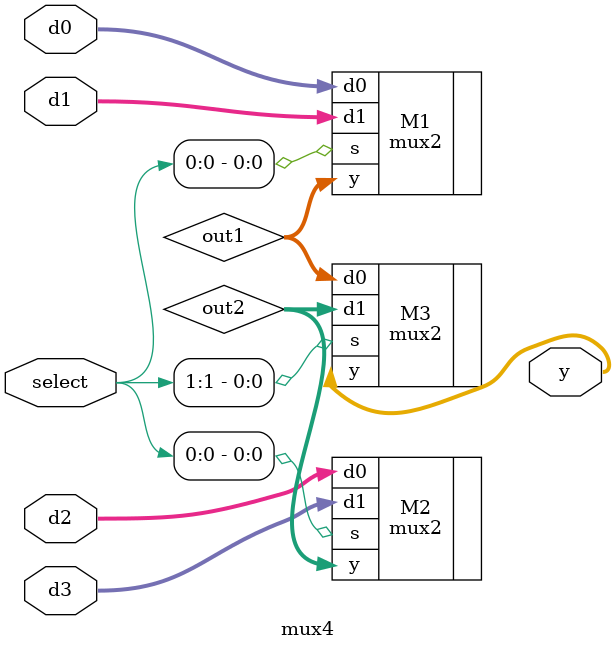
<source format=sv>
`timescale 1ns / 1ps


module mux4
    #(parameter WIDTH = 32)
    (input logic [WIDTH-1:0] d0, d1, d2, d3,
     input logic [1:0] select,
     output logic [WIDTH-1:0] y);

//assign y = (s == 2'b00) ? d0 :
//           (s == 2'b01) ? d1 :
//           (s == 2'b10) ? d2 :
//           (s == 2'b11) ? d3 ;

    wire [WIDTH-1:0]  out1;
    wire [WIDTH-1:0]out2;

mux2 #(WIDTH) M1(
    .d0(d0),
    .d1(d1),
    .s(select[0]),
    .y(out1)
    );

mux2 #(WIDTH) M2(
    .d0(d2),
    .d1(d3),
    .s(select[0]),
    .y(out2)
    );

mux2 #(WIDTH) M3(
    .d0(out1),
    .d1(out2),
    .s(select[1]),
    .y(y)
    );

endmodule

</source>
